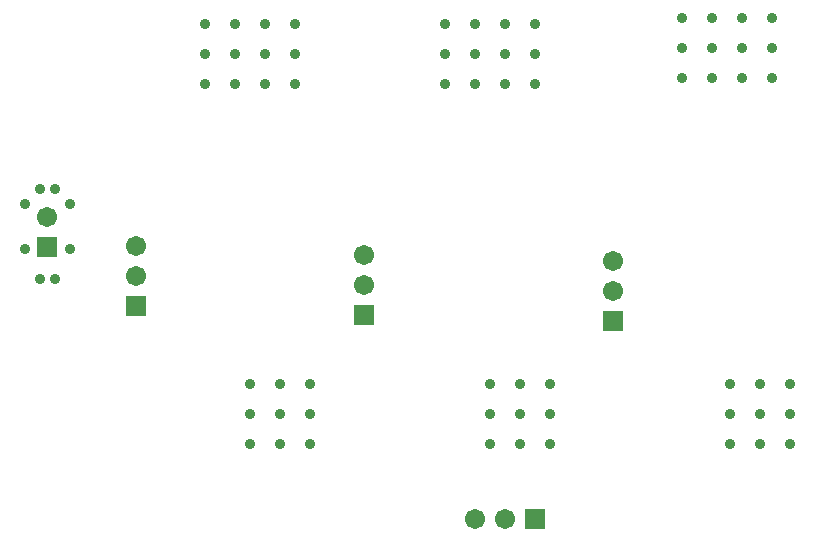
<source format=gbs>
G04*
G04 #@! TF.GenerationSoftware,Altium Limited,Altium Designer,20.1.11 (218)*
G04*
G04 Layer_Color=16711935*
%FSLAX25Y25*%
%MOIN*%
G70*
G04*
G04 #@! TF.SameCoordinates,0A123B17-7C5E-4AB7-81A3-E10484C352A0*
G04*
G04*
G04 #@! TF.FilePolarity,Negative*
G04*
G01*
G75*
%ADD17C,0.06706*%
%ADD18R,0.06706X0.06706*%
%ADD19R,0.06706X0.06706*%
%ADD20C,0.03556*%
D17*
X17706Y116017D02*
D03*
X160197Y15197D02*
D03*
X170197D02*
D03*
X47197Y106197D02*
D03*
Y96197D02*
D03*
X123197Y103197D02*
D03*
Y93197D02*
D03*
X206197Y101197D02*
D03*
Y91197D02*
D03*
D18*
X17706Y106017D02*
D03*
X47197Y86197D02*
D03*
X123197Y83197D02*
D03*
X206197Y81197D02*
D03*
D19*
X180197Y15197D02*
D03*
D20*
X15197Y95197D02*
D03*
X20197D02*
D03*
X10197Y120197D02*
D03*
X15197Y125197D02*
D03*
X20197D02*
D03*
X25197Y120197D02*
D03*
X10197Y105197D02*
D03*
X25197D02*
D03*
X265197Y40197D02*
D03*
X255197D02*
D03*
X245197D02*
D03*
Y50197D02*
D03*
X255197D02*
D03*
X265197D02*
D03*
Y60197D02*
D03*
X255197D02*
D03*
X245197D02*
D03*
X185197Y40197D02*
D03*
X175197D02*
D03*
X165197D02*
D03*
Y50197D02*
D03*
X175197D02*
D03*
X185197D02*
D03*
Y60197D02*
D03*
X175197D02*
D03*
X95197D02*
D03*
X165197D02*
D03*
X95197Y50197D02*
D03*
Y40197D02*
D03*
X85197D02*
D03*
Y50197D02*
D03*
Y60197D02*
D03*
X105197Y40197D02*
D03*
Y50197D02*
D03*
Y60197D02*
D03*
X249197Y172197D02*
D03*
X239197D02*
D03*
X229197D02*
D03*
Y162197D02*
D03*
X239197D02*
D03*
X249197D02*
D03*
X259197D02*
D03*
Y172197D02*
D03*
Y182197D02*
D03*
X249197D02*
D03*
X239197D02*
D03*
X229197D02*
D03*
X180197Y160197D02*
D03*
X170197D02*
D03*
X160197D02*
D03*
X150197D02*
D03*
Y170197D02*
D03*
X160197D02*
D03*
X170197D02*
D03*
X180197D02*
D03*
Y180197D02*
D03*
X170197D02*
D03*
X160197D02*
D03*
X150197D02*
D03*
X90197Y170197D02*
D03*
X80197D02*
D03*
X70197D02*
D03*
Y160197D02*
D03*
X80197D02*
D03*
X90197D02*
D03*
X100197D02*
D03*
Y170197D02*
D03*
Y180197D02*
D03*
X90197D02*
D03*
X80197D02*
D03*
X70197D02*
D03*
M02*

</source>
